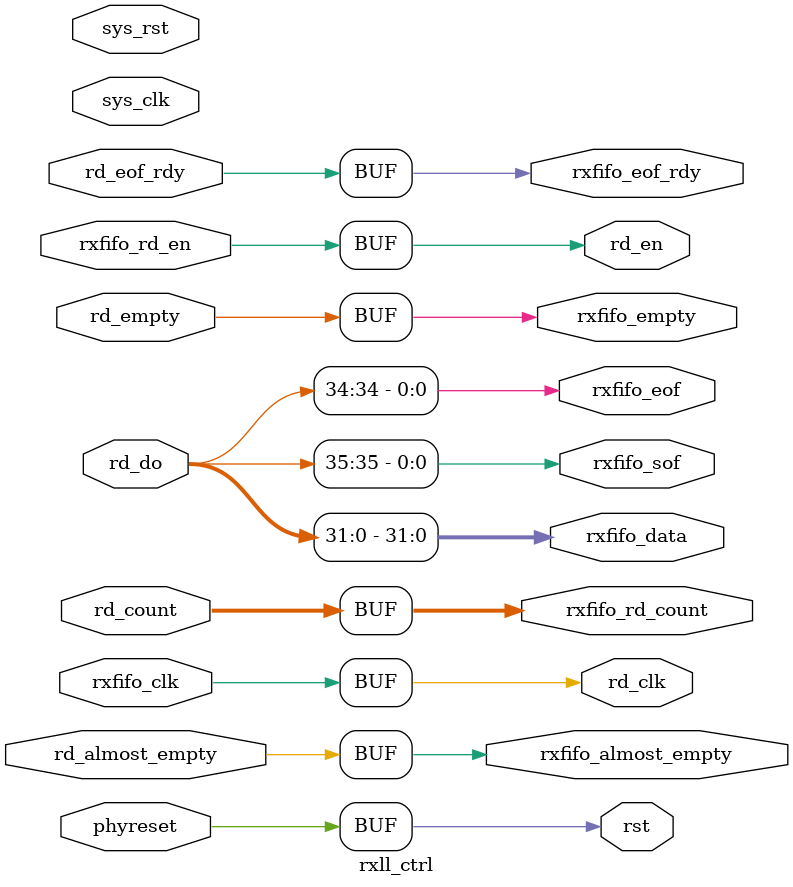
<source format=v>


// Change log:
// 
// 
// 

// Copyright (C) 2008,2009 Beijing Soul tech.
// -------------------------------------
// Naming Conventions:
// 	active low signals                 : "*_n"
// 	clock signals                      : "clk", "clk_div#", "clk_#x"
// 	reset signals                      : "rst", "rst_n"
// 	generics                           : "C_*"
// 	user defined types                 : "*_TYPE"
// 	state machine next state           : "*_ns"
// 	state machine current state        : "*_cs"
// 	combinatorial signals              : "*_com"
// 	pipelined or register delay signals: "*_d#"
// 	counter signals                    : "*cnt*"
// 	clock enable signals               : "*_ce"
// 	internal version of output port    : "*_i"
// 	device pins                        : "*_pin"
// 	ports                              : - Names begin with Uppercase
// Code:
module rxll_ctrl (/*AUTOARG*/
   // Outputs
   rd_clk, rst, rd_en, rxfifo_data, rxfifo_sof, rxfifo_eof,
   rxfifo_rd_count, rxfifo_empty, rxfifo_almost_empty, rxfifo_eof_rdy,
   // Inputs
   sys_clk, sys_rst, phyreset, rd_almost_empty, rd_count, rd_do,
   rd_empty, rd_eof_rdy, rxfifo_rd_en, rxfifo_clk
   );
   input sys_clk;
   input sys_rst;
   input phyreset;
   
   output rd_clk;
   output rst;
   input  rd_almost_empty;
   input [9:0] rd_count;
   input [35:0] rd_do;
   input 	rd_empty;
   output 	rd_en;
   input 	rd_eof_rdy;
   
   output [31:0] rxfifo_data;
   input 	 rxfifo_rd_en;
   output 	 rxfifo_sof;
   output 	 rxfifo_eof;
   output [9:0]  rxfifo_rd_count;
   output 	 rxfifo_empty;
   output 	 rxfifo_almost_empty;
   output 	 rxfifo_eof_rdy;
   input 	 rxfifo_clk;
   
   assign rxfifo_data     = rd_do[31:0];
   assign rxfifo_rd_count = rd_count;
   assign rxfifo_sof      = rd_do[35];
   assign rxfifo_eof      = rd_do[34];
   assign rxfifo_empty    = rd_empty;
   assign rxfifo_almost_empty = rd_almost_empty;
   assign rxfifo_eof_rdy  = rd_eof_rdy;
   
   assign rd_en           = rxfifo_rd_en;
   assign rst             = phyreset;
   assign rd_clk          = rxfifo_clk;
endmodule
// 
// rxll_ctrl.v ends here

</source>
